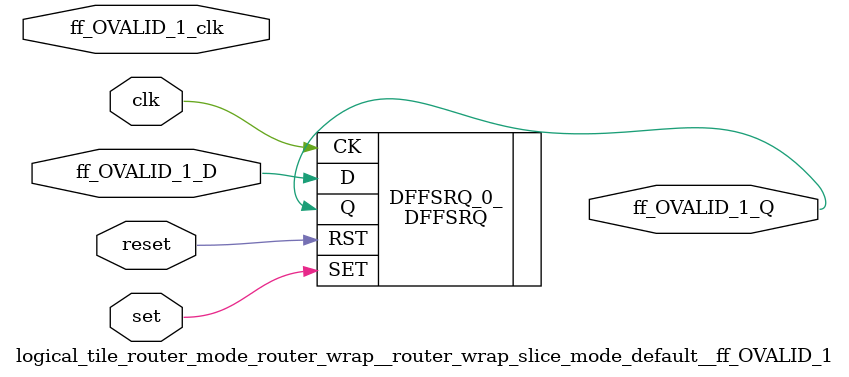
<source format=v>
`default_nettype none

module logical_tile_router_mode_router_wrap__router_wrap_slice_mode_default__ff_OVALID_1(set,
                                                                                         reset,
                                                                                         clk,
                                                                                         ff_OVALID_1_D,
                                                                                         ff_OVALID_1_Q,
                                                                                         ff_OVALID_1_clk);
//----- GLOBAL PORTS -----
input [0:0] set;
//----- GLOBAL PORTS -----
input [0:0] reset;
//----- GLOBAL PORTS -----
input [0:0] clk;
//----- INPUT PORTS -----
input [0:0] ff_OVALID_1_D;
//----- OUTPUT PORTS -----
output [0:0] ff_OVALID_1_Q;
//----- CLOCK PORTS -----
input [0:0] ff_OVALID_1_clk;

//----- BEGIN wire-connection ports -----
wire [0:0] ff_OVALID_1_D;
wire [0:0] ff_OVALID_1_Q;
wire [0:0] ff_OVALID_1_clk;
//----- END wire-connection ports -----


//----- BEGIN Registered ports -----
//----- END Registered ports -----



// ----- BEGIN Local short connections -----
// ----- END Local short connections -----
// ----- BEGIN Local output short connections -----
// ----- END Local output short connections -----

	DFFSRQ DFFSRQ_0_ (
		.SET(set),
		.RST(reset),
		.CK(clk),
		.D(ff_OVALID_1_D),
		.Q(ff_OVALID_1_Q));

endmodule
// ----- END Verilog module for logical_tile_router_mode_router_wrap__router_wrap_slice_mode_default__ff_OVALID_1 -----

//----- Default net type -----
`default_nettype wire




</source>
